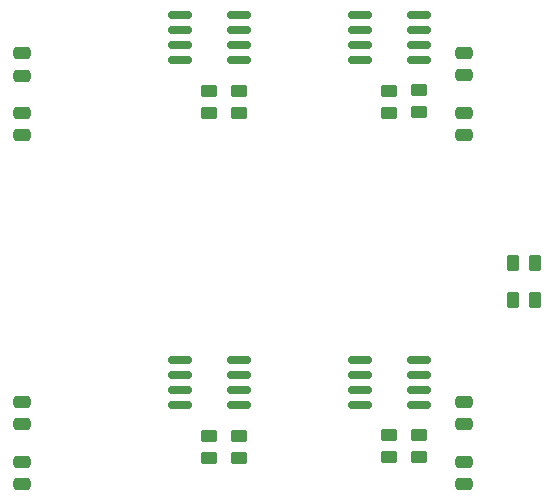
<source format=gtp>
G04 #@! TF.GenerationSoftware,KiCad,Pcbnew,(6.0.0)*
G04 #@! TF.CreationDate,2022-08-16T09:33:42-05:00*
G04 #@! TF.ProjectId,mayfly-atlas-shield,6d617966-6c79-42d6-9174-6c61732d7368,rev?*
G04 #@! TF.SameCoordinates,Original*
G04 #@! TF.FileFunction,Paste,Top*
G04 #@! TF.FilePolarity,Positive*
%FSLAX46Y46*%
G04 Gerber Fmt 4.6, Leading zero omitted, Abs format (unit mm)*
G04 Created by KiCad (PCBNEW (6.0.0)) date 2022-08-16 09:33:42*
%MOMM*%
%LPD*%
G01*
G04 APERTURE LIST*
G04 Aperture macros list*
%AMRoundRect*
0 Rectangle with rounded corners*
0 $1 Rounding radius*
0 $2 $3 $4 $5 $6 $7 $8 $9 X,Y pos of 4 corners*
0 Add a 4 corners polygon primitive as box body*
4,1,4,$2,$3,$4,$5,$6,$7,$8,$9,$2,$3,0*
0 Add four circle primitives for the rounded corners*
1,1,$1+$1,$2,$3*
1,1,$1+$1,$4,$5*
1,1,$1+$1,$6,$7*
1,1,$1+$1,$8,$9*
0 Add four rect primitives between the rounded corners*
20,1,$1+$1,$2,$3,$4,$5,0*
20,1,$1+$1,$4,$5,$6,$7,0*
20,1,$1+$1,$6,$7,$8,$9,0*
20,1,$1+$1,$8,$9,$2,$3,0*%
G04 Aperture macros list end*
%ADD10RoundRect,0.250000X-0.450000X0.262500X-0.450000X-0.262500X0.450000X-0.262500X0.450000X0.262500X0*%
%ADD11RoundRect,0.250000X-0.262500X-0.450000X0.262500X-0.450000X0.262500X0.450000X-0.262500X0.450000X0*%
%ADD12RoundRect,0.150000X-0.825000X-0.150000X0.825000X-0.150000X0.825000X0.150000X-0.825000X0.150000X0*%
%ADD13RoundRect,0.250000X-0.475000X0.250000X-0.475000X-0.250000X0.475000X-0.250000X0.475000X0.250000X0*%
%ADD14RoundRect,0.250000X0.475000X-0.250000X0.475000X0.250000X-0.475000X0.250000X-0.475000X-0.250000X0*%
G04 APERTURE END LIST*
D10*
X110490000Y-136605000D03*
X110490000Y-138430000D03*
D11*
X133707500Y-121920000D03*
X135532500Y-121920000D03*
D10*
X107950000Y-107395000D03*
X107950000Y-109220000D03*
D12*
X120715000Y-100965000D03*
X120715000Y-102235000D03*
X120715000Y-103505000D03*
X120715000Y-104775000D03*
X125665000Y-104775000D03*
X125665000Y-103505000D03*
X125665000Y-102235000D03*
X125665000Y-100965000D03*
X120715000Y-130175000D03*
X120715000Y-131445000D03*
X120715000Y-132715000D03*
X120715000Y-133985000D03*
X125665000Y-133985000D03*
X125665000Y-132715000D03*
X125665000Y-131445000D03*
X125665000Y-130175000D03*
D10*
X123190000Y-136525000D03*
X123190000Y-138350000D03*
D13*
X92075000Y-104187500D03*
X92075000Y-106087500D03*
D12*
X105475000Y-100965000D03*
X105475000Y-102235000D03*
X105475000Y-103505000D03*
X105475000Y-104775000D03*
X110425000Y-104775000D03*
X110425000Y-103505000D03*
X110425000Y-102235000D03*
X110425000Y-100965000D03*
D13*
X129540000Y-104140000D03*
X129540000Y-106040000D03*
D14*
X129540000Y-111120000D03*
X129540000Y-109220000D03*
X129540000Y-140650000D03*
X129540000Y-138750000D03*
D10*
X125730000Y-107315000D03*
X125730000Y-109140000D03*
D14*
X92075000Y-111120000D03*
X92075000Y-109220000D03*
D10*
X107950000Y-136605000D03*
X107950000Y-138430000D03*
X110490000Y-107395000D03*
X110490000Y-109220000D03*
D13*
X92075000Y-133670000D03*
X92075000Y-135570000D03*
D14*
X92075000Y-140650000D03*
X92075000Y-138750000D03*
D12*
X105475000Y-130175000D03*
X105475000Y-131445000D03*
X105475000Y-132715000D03*
X105475000Y-133985000D03*
X110425000Y-133985000D03*
X110425000Y-132715000D03*
X110425000Y-131445000D03*
X110425000Y-130175000D03*
D13*
X129540000Y-133670000D03*
X129540000Y-135570000D03*
D10*
X123190000Y-107395000D03*
X123190000Y-109220000D03*
X125730000Y-136525000D03*
X125730000Y-138350000D03*
D11*
X133707500Y-125095000D03*
X135532500Y-125095000D03*
M02*

</source>
